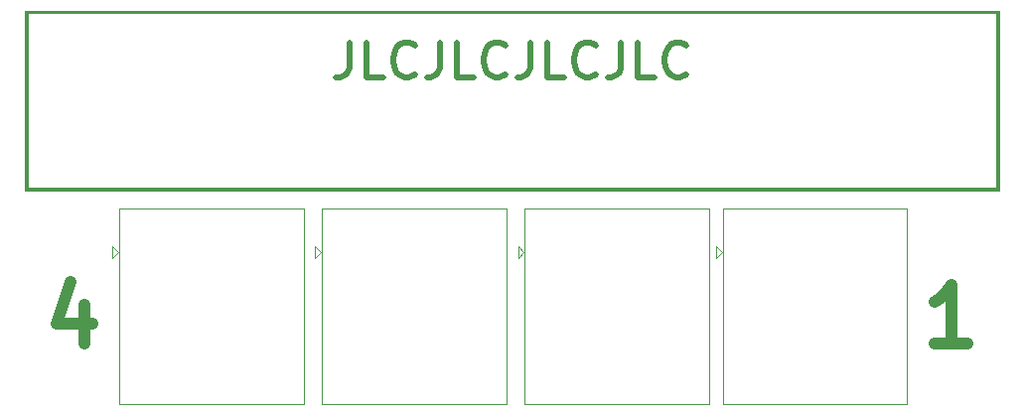
<source format=gto>
%TF.GenerationSoftware,KiCad,Pcbnew,(6.0.11)*%
%TF.CreationDate,2024-01-05T21:55:00+00:00*%
%TF.ProjectId,RJ21_RJ45_4_LINE,524a3231-5f52-44a3-9435-5f345f4c494e,rev?*%
%TF.SameCoordinates,Original*%
%TF.FileFunction,Legend,Top*%
%TF.FilePolarity,Positive*%
%FSLAX46Y46*%
G04 Gerber Fmt 4.6, Leading zero omitted, Abs format (unit mm)*
G04 Created by KiCad (PCBNEW (6.0.11)) date 2024-01-05 21:55:00*
%MOMM*%
%LPD*%
G01*
G04 APERTURE LIST*
%ADD10C,1.000000*%
%ADD11C,0.500000*%
%ADD12C,0.120000*%
%ADD13C,0.010000*%
%ADD14C,3.650000*%
%ADD15R,1.500000X1.500000*%
%ADD16C,1.500000*%
%ADD17C,4.500000*%
G04 APERTURE END LIST*
D10*
X187618368Y-67851904D02*
X184761225Y-67851904D01*
X186189797Y-67851904D02*
X186189797Y-62851904D01*
X185713606Y-63566190D01*
X185237416Y-64042380D01*
X184761225Y-64280476D01*
X112292177Y-64518571D02*
X112292177Y-67851904D01*
X111101701Y-62613809D02*
X109911225Y-66185238D01*
X113006463Y-66185238D01*
D11*
X134918524Y-42167142D02*
X134918524Y-44310000D01*
X134775667Y-44738571D01*
X134489952Y-45024285D01*
X134061381Y-45167142D01*
X133775667Y-45167142D01*
X137775667Y-45167142D02*
X136347095Y-45167142D01*
X136347095Y-42167142D01*
X140489952Y-44881428D02*
X140347095Y-45024285D01*
X139918524Y-45167142D01*
X139632809Y-45167142D01*
X139204238Y-45024285D01*
X138918524Y-44738571D01*
X138775667Y-44452857D01*
X138632809Y-43881428D01*
X138632809Y-43452857D01*
X138775667Y-42881428D01*
X138918524Y-42595714D01*
X139204238Y-42310000D01*
X139632809Y-42167142D01*
X139918524Y-42167142D01*
X140347095Y-42310000D01*
X140489952Y-42452857D01*
X142632809Y-42167142D02*
X142632809Y-44310000D01*
X142489952Y-44738571D01*
X142204238Y-45024285D01*
X141775667Y-45167142D01*
X141489952Y-45167142D01*
X145489952Y-45167142D02*
X144061381Y-45167142D01*
X144061381Y-42167142D01*
X148204238Y-44881428D02*
X148061381Y-45024285D01*
X147632809Y-45167142D01*
X147347095Y-45167142D01*
X146918524Y-45024285D01*
X146632809Y-44738571D01*
X146489952Y-44452857D01*
X146347095Y-43881428D01*
X146347095Y-43452857D01*
X146489952Y-42881428D01*
X146632809Y-42595714D01*
X146918524Y-42310000D01*
X147347095Y-42167142D01*
X147632809Y-42167142D01*
X148061381Y-42310000D01*
X148204238Y-42452857D01*
X150347095Y-42167142D02*
X150347095Y-44310000D01*
X150204238Y-44738571D01*
X149918524Y-45024285D01*
X149489952Y-45167142D01*
X149204238Y-45167142D01*
X153204238Y-45167142D02*
X151775667Y-45167142D01*
X151775667Y-42167142D01*
X155918524Y-44881428D02*
X155775667Y-45024285D01*
X155347095Y-45167142D01*
X155061381Y-45167142D01*
X154632809Y-45024285D01*
X154347095Y-44738571D01*
X154204238Y-44452857D01*
X154061381Y-43881428D01*
X154061381Y-43452857D01*
X154204238Y-42881428D01*
X154347095Y-42595714D01*
X154632809Y-42310000D01*
X155061381Y-42167142D01*
X155347095Y-42167142D01*
X155775667Y-42310000D01*
X155918524Y-42452857D01*
X158061381Y-42167142D02*
X158061381Y-44310000D01*
X157918524Y-44738571D01*
X157632809Y-45024285D01*
X157204238Y-45167142D01*
X156918524Y-45167142D01*
X160918524Y-45167142D02*
X159489952Y-45167142D01*
X159489952Y-42167142D01*
X163632809Y-44881428D02*
X163489952Y-45024285D01*
X163061381Y-45167142D01*
X162775667Y-45167142D01*
X162347095Y-45024285D01*
X162061381Y-44738571D01*
X161918524Y-44452857D01*
X161775667Y-43881428D01*
X161775667Y-43452857D01*
X161918524Y-42881428D01*
X162061381Y-42595714D01*
X162347095Y-42310000D01*
X162775667Y-42167142D01*
X163061381Y-42167142D01*
X163489952Y-42310000D01*
X163632809Y-42452857D01*
D12*
%TO.C,J3*%
X148310749Y-73050000D02*
X132580749Y-73050000D01*
X132580749Y-56310000D02*
X132580749Y-73050000D01*
X148300749Y-56310000D02*
X132580749Y-56310000D01*
X148310749Y-56310000D02*
X148310749Y-73050000D01*
X132000749Y-59600000D02*
X132000749Y-60600000D01*
X132000749Y-60600000D02*
X132500749Y-60100000D01*
X132500749Y-60100000D02*
X132000749Y-59600000D01*
%TO.C,J1*%
X182462417Y-56310000D02*
X182462417Y-73050000D01*
X166152417Y-60600000D02*
X166652417Y-60100000D01*
X166652417Y-60100000D02*
X166152417Y-59600000D01*
X182452417Y-56310000D02*
X166732417Y-56310000D01*
X166732417Y-56310000D02*
X166732417Y-73050000D01*
X182462417Y-73050000D02*
X166732417Y-73050000D01*
X166152417Y-59600000D02*
X166152417Y-60600000D01*
%TO.C,J2*%
X165584917Y-56310000D02*
X165584917Y-73050000D01*
X149854917Y-56310000D02*
X149854917Y-73050000D01*
X149274917Y-59600000D02*
X149274917Y-60600000D01*
X149774917Y-60100000D02*
X149274917Y-59600000D01*
X165574917Y-56310000D02*
X149854917Y-56310000D01*
X165584917Y-73050000D02*
X149854917Y-73050000D01*
X149274917Y-60600000D02*
X149774917Y-60100000D01*
%TO.C,J4*%
X115226583Y-60100000D02*
X114726583Y-59600000D01*
X114726583Y-59600000D02*
X114726583Y-60600000D01*
X131036583Y-56310000D02*
X131036583Y-73050000D01*
X131026583Y-56310000D02*
X115306583Y-56310000D01*
X115306583Y-56310000D02*
X115306583Y-73050000D01*
X114726583Y-60600000D02*
X115226583Y-60100000D01*
X131036583Y-73050000D02*
X115306583Y-73050000D01*
%TO.C,J7*%
G36*
X190274967Y-39474100D02*
G01*
X190274967Y-54798767D01*
X107259300Y-54798767D01*
X107259300Y-54565934D01*
X107470967Y-54565934D01*
X190042134Y-54565934D01*
X190042134Y-39685767D01*
X107470967Y-39685767D01*
X107470967Y-54565934D01*
X107259300Y-54565934D01*
X107259300Y-39474100D01*
X190274967Y-39474100D01*
G37*
D13*
X190274967Y-39474100D02*
X190274967Y-54798767D01*
X107259300Y-54798767D01*
X107259300Y-54565934D01*
X107470967Y-54565934D01*
X190042134Y-54565934D01*
X190042134Y-39685767D01*
X107470967Y-39685767D01*
X107470967Y-54565934D01*
X107259300Y-54565934D01*
X107259300Y-39474100D01*
X190274967Y-39474100D01*
%TD*%
D14*
%TO.C,J3*%
X146160749Y-66450000D03*
X134730749Y-66450000D03*
%TD*%
%TO.C,J1*%
X168882417Y-66450000D03*
X180312417Y-66450000D03*
%TD*%
%TO.C,J2*%
X152004917Y-66450000D03*
X163434917Y-66450000D03*
%TD*%
%TO.C,J4*%
X117456583Y-66450000D03*
X128886583Y-66450000D03*
%TD*%
%LPC*%
%TO.C,J3*%
X146160749Y-66450000D03*
X134730749Y-66450000D03*
D15*
X136000749Y-60100000D03*
D16*
X137270749Y-57560000D03*
X138540749Y-60100000D03*
X139810749Y-57560000D03*
X141080749Y-60100000D03*
X142350749Y-57560000D03*
X143620749Y-60100000D03*
X144890749Y-57560000D03*
%TD*%
D14*
%TO.C,J1*%
X168882417Y-66450000D03*
X180312417Y-66450000D03*
D15*
X170152417Y-60100000D03*
D16*
X171422417Y-57560000D03*
X172692417Y-60100000D03*
X173962417Y-57560000D03*
X175232417Y-60100000D03*
X176502417Y-57560000D03*
X177772417Y-60100000D03*
X179042417Y-57560000D03*
%TD*%
D14*
%TO.C,J2*%
X152004917Y-66450000D03*
X163434917Y-66450000D03*
D15*
X153274917Y-60100000D03*
D16*
X154544917Y-57560000D03*
X155814917Y-60100000D03*
X157084917Y-57560000D03*
X158354917Y-60100000D03*
X159624917Y-57560000D03*
X160894917Y-60100000D03*
X162164917Y-57560000D03*
%TD*%
D14*
%TO.C,J4*%
X117456583Y-66450000D03*
X128886583Y-66450000D03*
D15*
X118726583Y-60100000D03*
D16*
X119996583Y-57560000D03*
X121266583Y-60100000D03*
X122536583Y-57560000D03*
X123806583Y-60100000D03*
X125076583Y-57560000D03*
X126346583Y-60100000D03*
X127616583Y-57560000D03*
%TD*%
D17*
%TO.C,J7*%
X186189797Y-50333602D03*
X111339797Y-50333602D03*
D16*
X174684839Y-52478607D03*
X172524835Y-52478607D03*
X170364832Y-52478607D03*
X168204836Y-52478607D03*
X166044832Y-52478607D03*
X163884828Y-52478607D03*
X161724825Y-52478607D03*
X159564821Y-52478607D03*
X157404829Y-52478607D03*
X155244818Y-52478607D03*
X153084822Y-52478607D03*
X150924803Y-52478607D03*
X148764799Y-52478607D03*
X146604795Y-52478607D03*
X144444792Y-52478607D03*
X142284788Y-52478607D03*
X140124784Y-52478607D03*
X137964781Y-52478607D03*
X135804777Y-52478607D03*
X133644773Y-52478607D03*
X131484766Y-52478607D03*
X129324762Y-52478607D03*
X127164758Y-52478607D03*
X125004755Y-52478607D03*
X122844751Y-52478607D03*
X174684839Y-48188606D03*
X172524835Y-48188606D03*
X170364832Y-48188606D03*
X168204836Y-48188606D03*
X166044832Y-48188606D03*
X163884828Y-48188606D03*
X161724825Y-48188606D03*
X159564821Y-48188606D03*
X157404829Y-48188606D03*
X155244818Y-48188606D03*
X153084822Y-48188606D03*
X150924803Y-48188606D03*
X148764799Y-48188606D03*
X146604795Y-48188606D03*
X144444792Y-48188606D03*
X142284788Y-48188606D03*
X140124784Y-48188606D03*
X137964781Y-48188606D03*
X135804777Y-48188606D03*
X133644773Y-48188606D03*
X131484766Y-48188606D03*
X129324762Y-48188606D03*
X127164758Y-48188606D03*
X125004755Y-48188606D03*
X122844751Y-48188606D03*
%TD*%
M02*

</source>
